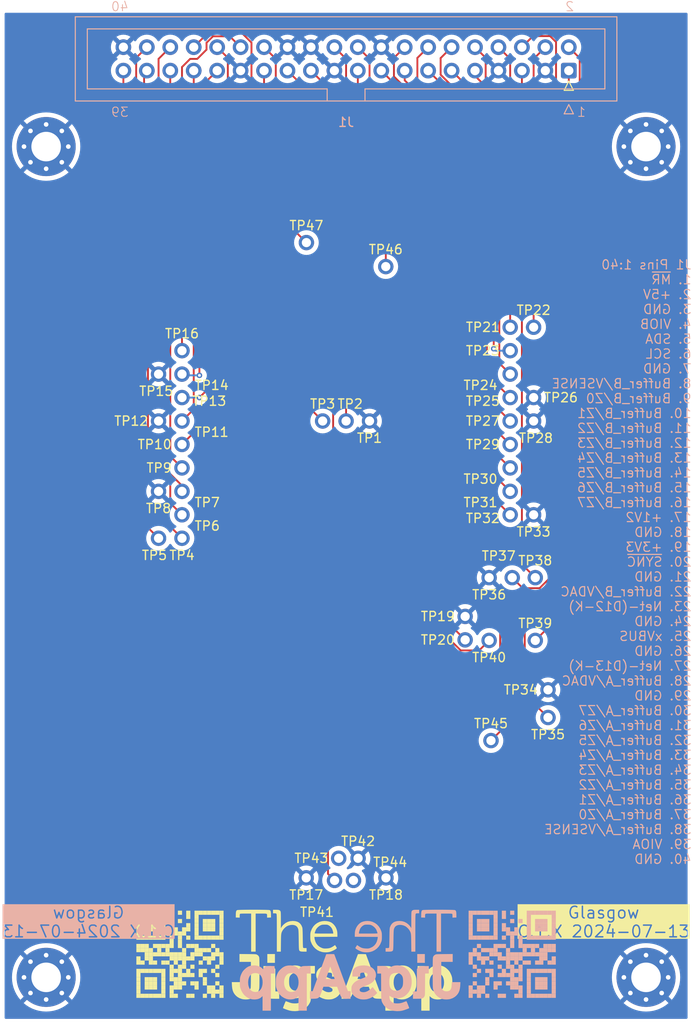
<source format=kicad_pcb>
(kicad_pcb (version 20240108) (generator "pcbnew") (generator_version "8.0")
  (title_block (title "Glasgow") (date "2024-07-13") (rev "C.1.X") (company "Glasgow Embedded"))
  (layers (0 "F.Cu" signal) (31 "B.Cu" signal) (34 "B.Paste" user) (35 "F.Paste" user) (36 "B.SilkS" user "B.Silkscreen") (37 "F.SilkS" user "F.Silkscreen") (38 "B.Mask" user) (39 "F.Mask" user) (44 "Edge.Cuts" user))
  (net 0 "")
  (net 1 "+1V2")
  (net 2 "+3V3")
  (net 3 "+5V")
  (net 4 "Buffer_A/VDAC")
  (net 5 "Buffer_A/VSENSE")
  (net 6 "Buffer_A/Z0")
  (net 7 "Buffer_A/Z1")
  (net 8 "Buffer_A/Z2")
  (net 9 "Buffer_A/Z3")
  (net 10 "Buffer_A/Z4")
  (net 11 "Buffer_A/Z5")
  (net 12 "Buffer_A/Z6")
  (net 13 "Buffer_A/Z7")
  (net 14 "Buffer_B/VDAC")
  (net 15 "Buffer_B/VSENSE")
  (net 16 "Buffer_B/Z0")
  (net 17 "Buffer_B/Z1")
  (net 18 "Buffer_B/Z2")
  (net 19 "Buffer_B/Z3")
  (net 20 "Buffer_B/Z4")
  (net 21 "Buffer_B/Z5")
  (net 22 "Buffer_B/Z6")
  (net 23 "Buffer_B/Z7")
  (net 24 "GND")
  (net 25 "Net-(D12-K)")
  (net 26 "Net-(D13-K)")
  (net 27 "SCL")
  (net 28 "SDA")
  (net 29 "USB_N")
  (net 30 "USB_P")
  (net 31 "VIOA")
  (net 32 "VIOB")
  (net 33 "xVBUS")
  (net 34 "~{MR}")
  (net 35 "~{SYNC}")
  (footprint "TJA-Parts:R100-2W" (layer "F.Cu") (at 167.78 79.65)
    (property "Reference" "TP24" (at -3.212334 1.2065 0) (layer "F.SilkS"))
    (property "Value" "TP24")
    (pad "1" thru_hole circle (at 0 0) (size 1.67 1.67) (drill 1) (layers "*.Cu" "*.Mask") (net 17 "Buffer_B/Z1"))
  )
  (footprint "TJA-Parts:R100-2W" (layer "F.Cu") (at 171.88 113.85)
    (property "Reference" "TP34" (at -2.958334 0 0) (layer "F.SilkS"))
    (property "Value" "TP34")
    (pad "1" thru_hole circle (at 0 0) (size 1.67 1.67) (drill 1) (layers "*.Cu" "*.Mask") (net 24 "GND"))
  )
  (footprint "TJA-Parts:R100-2W" (layer "F.Cu") (at 167.78 92.35)
    (property "Reference" "TP31" (at -3.212334 1.2065 0) (layer "F.SilkS"))
    (property "Value" "TP31")
    (pad "1" thru_hole circle (at 0 0) (size 1.67 1.67) (drill 1) (layers "*.Cu" "*.Mask") (net 22 "Buffer_B/Z6"))
  )
  (footprint "tmpb78doxsu" (layer "F.Cu") (at 132 142.5)
    (property "Reference" "QR1" (hide yes))
    (property "Value" "QR" (hide yes))
  )
  (footprint "Mechanical:MountingHole_3.2mm_M3_Pad_Via_Paste" (layer "F.Cu") (at 117.5 55)
    (property "Reference" "MH1")
    (property "Value" "M3")
    (pad "1" thru_hole circle (at -2.4 0) (size 0.8 0.8) (drill 0.5) (layers "*.Cu" "*.Mask") (net 24 "GND"))
    (pad "1" thru_hole circle (at -1.697056 -1.697056) (size 0.8 0.8) (drill 0.5) (layers "*.Cu" "*.Mask") (net 24 "GND"))
    (pad "1" thru_hole circle (at -1.697056 1.697056) (size 0.8 0.8) (drill 0.5) (layers "*.Cu" "*.Mask") (net 24 "GND"))
    (pad "1" thru_hole circle (at 0 -2.4) (size 0.8 0.8) (drill 0.5) (layers "*.Cu" "*.Mask") (net 24 "GND"))
    (pad "1" thru_hole circle (at 0 0) (size 6.4 6.4) (drill 3.2) (layers "*.Cu" "*.Mask") (net 24 "GND"))
    (pad "1" thru_hole circle (at 0 2.4) (size 0.8 0.8) (drill 0.5) (layers "*.Cu" "*.Mask") (net 24 "GND"))
    (pad "1" thru_hole circle (at 1.697056 -1.697056) (size 0.8 0.8) (drill 0.5) (layers "*.Cu" "*.Mask") (net 24 "GND"))
    (pad "1" thru_hole circle (at 1.697056 1.697056) (size 0.8 0.8) (drill 0.5) (layers "*.Cu" "*.Mask") (net 24 "GND"))
    (pad "1" thru_hole circle (at 2.4 0) (size 0.8 0.8) (drill 0.5) (layers "*.Cu" "*.Mask") (net 24 "GND"))
  )
  (footprint "TJA-Parts:R100-2W" (layer "F.Cu") (at 129.68 84.73)
    (property "Reference" "TP12" (at -2.958334 0 0) (layer "F.SilkS"))
    (property "Value" "TP12")
    (pad "1" thru_hole circle (at 0 0) (size 1.67 1.67) (drill 1) (layers "*.Cu" "*.Mask") (net 24 "GND"))
  )
  (footprint "TJA-Parts:R100-2W" (layer "F.Cu") (at 147.46 84.73)
    (property "Reference" "TP3" (at 0 -1.84825 0) (layer "F.SilkS"))
    (property "Value" "TP3")
    (pad "1" thru_hole circle (at 0 0) (size 1.67 1.67) (drill 1) (layers "*.Cu" "*.Mask") (net 26 "Net-(D13-K)"))
  )
  (footprint "TJA-Parts:R100-2W" (layer "F.Cu") (at 132.22 94.89)
    (property "Reference" "TP6" (at 2.736143 1.2065 0) (layer "F.SilkS"))
    (property "Value" "TP6")
    (pad "1" thru_hole circle (at 0 0) (size 1.67 1.67) (drill 1) (layers "*.Cu" "*.Mask") (net 6 "Buffer_A/Z0"))
  )
  (footprint "TJA-Parts:R100-2W" (layer "F.Cu") (at 162.9 105.9)
    (property "Reference" "TP19" (at -2.958334 0 0) (layer "F.SilkS"))
    (property "Value" "TP19")
    (pad "1" thru_hole circle (at 0 0) (size 1.67 1.67) (drill 1) (layers "*.Cu" "*.Mask") (net 24 "GND"))
  )
  (footprint "TJA-Parts:R100-2W" (layer "F.Cu") (at 162.9 108.44)
    (property "Reference" "TP20" (at -2.958334 0 0) (layer "F.SilkS"))
    (property "Value" "TP20")
    (pad "1" thru_hole circle (at 0 0) (size 1.67 1.67) (drill 1) (layers "*.Cu" "*.Mask") (net 35 "~{SYNC}"))
  )
  (footprint "TJA-Parts:R100-2W" (layer "F.Cu") (at 151.3 132.1)
    (property "Reference" "TP42" (at 0 -1.84825 0) (layer "F.SilkS"))
    (property "Value" "TP42")
    (pad "1" thru_hole circle (at 0 0) (size 1.67 1.67) (drill 1) (layers "*.Cu" "*.Mask") (net 24 "GND"))
  )
  (footprint "TJA-Parts:R100-2W" (layer "F.Cu") (at 129.68 97.43)
    (property "Reference" "TP5" (at -0.4445 1.84825 0) (layer "F.SilkS"))
    (property "Value" "TP5")
    (pad "1" thru_hole circle (at 0 0) (size 1.67 1.67) (drill 1) (layers "*.Cu" "*.Mask") (net 31 "VIOA"))
  )
  (footprint "TJA-Parts:R100-2W" (layer "F.Cu") (at 132.22 79.65)
    (property "Reference" "TP14" (at 3.212333 1.2065 0) (layer "F.SilkS"))
    (property "Value" "TP14")
    (pad "1" thru_hole circle (at 0 0) (size 1.67 1.67) (drill 1) (layers "*.Cu" "*.Mask") (net 12 "Buffer_A/Z6"))
  )
  (footprint "TJA-Parts:R100-2W" (layer "F.Cu") (at 150 84.73)
    (property "Reference" "TP2" (at 0.4445 -1.84825 0) (layer "F.SilkS"))
    (property "Value" "TP2")
    (pad "1" thru_hole circle (at 0 0) (size 1.67 1.67) (drill 1) (layers "*.Cu" "*.Mask") (net 25 "Net-(D12-K)"))
  )
  (footprint "TJA-Parts:R100-2W" (layer "F.Cu") (at 129.68 79.65)
    (property "Reference" "TP15" (at -0.254 1.84825 0) (layer "F.SilkS"))
    (property "Value" "TP15")
    (pad "1" thru_hole circle (at 0 0) (size 1.67 1.67) (drill 1) (layers "*.Cu" "*.Mask") (net 24 "GND"))
  )
  (footprint "TJA-SS-24x11" (layer "F.Cu") (at 150 142.5)
    (property "Reference" "LOGO2" (hide yes))
    (property "Value" "LOGO" (hide yes))
  )
  (footprint "TJA-Parts:R100-2W" (layer "F.Cu") (at 170.32 74.57)
    (property "Reference" "TP22" (at 0 -1.84825 0) (layer "F.SilkS"))
    (property "Value" "TP22")
    (pad "1" thru_hole circle (at 0 0) (size 1.67 1.67) (drill 1) (layers "*.Cu" "*.Mask") (net 32 "VIOB"))
  )
  (footprint "TJA-Parts:R100-2W" (layer "F.Cu") (at 132.22 92.35)
    (property "Reference" "TP7" (at 2.736143 1.2065 0) (layer "F.SilkS"))
    (property "Value" "TP7")
    (pad "1" thru_hole circle (at 0 0) (size 1.67 1.67) (drill 1) (layers "*.Cu" "*.Mask") (net 7 "Buffer_A/Z1"))
  )
  (footprint "TJA-Parts:R100-2W" (layer "F.Cu") (at 132.22 77.11)
    (property "Reference" "TP16" (at 0 -1.84825 0) (layer "F.SilkS"))
    (property "Value" "TP16")
    (pad "1" thru_hole circle (at 0 0) (size 1.67 1.67) (drill 1) (layers "*.Cu" "*.Mask") (net 13 "Buffer_A/Z7"))
  )
  (footprint "TJA-Parts:R100-2W" (layer "F.Cu") (at 167.78 82.19)
    (property "Reference" "TP25" (at -2.958334 0.381 0) (layer "F.SilkS"))
    (property "Value" "TP25")
    (pad "1" thru_hole circle (at 0 0) (size 1.67 1.67) (drill 1) (layers "*.Cu" "*.Mask") (net 18 "Buffer_B/Z2"))
  )
  (footprint "TJA-Parts:R100-2W" (layer "F.Cu") (at 132.22 84.73)
    (property "Reference" "TP11" (at 3.212333 1.2065 0) (layer "F.SilkS"))
    (property "Value" "TP11")
    (pad "1" thru_hole circle (at 0 0) (size 1.67 1.67) (drill 1) (layers "*.Cu" "*.Mask") (net 10 "Buffer_A/Z4"))
  )
  (footprint "TJA-Parts:R100-2W" (layer "F.Cu") (at 132.22 97.43)
    (property "Reference" "TP4" (at 0 1.84825 0) (layer "F.SilkS"))
    (property "Value" "TP4")
    (pad "1" thru_hole circle (at 0 0) (size 1.67 1.67) (drill 1) (layers "*.Cu" "*.Mask") (net 5 "Buffer_A/VSENSE"))
  )
  (footprint "Mechanical:MountingHole_3.2mm_M3_Pad_Via_Paste" (layer "F.Cu") (at 117.5 145)
    (property "Reference" "MH3")
    (property "Value" "M3")
    (pad "1" thru_hole circle (at -2.4 0) (size 0.8 0.8) (drill 0.5) (layers "*.Cu" "*.Mask") (net 24 "GND"))
    (pad "1" thru_hole circle (at -1.697056 -1.697056) (size 0.8 0.8) (drill 0.5) (layers "*.Cu" "*.Mask") (net 24 "GND"))
    (pad "1" thru_hole circle (at -1.697056 1.697056) (size 0.8 0.8) (drill 0.5) (layers "*.Cu" "*.Mask") (net 24 "GND"))
    (pad "1" thru_hole circle (at 0 -2.4) (size 0.8 0.8) (drill 0.5) (layers "*.Cu" "*.Mask") (net 24 "GND"))
    (pad "1" thru_hole circle (at 0 0) (size 6.4 6.4) (drill 3.2) (layers "*.Cu" "*.Mask") (net 24 "GND"))
    (pad "1" thru_hole circle (at 0 2.4) (size 0.8 0.8) (drill 0.5) (layers "*.Cu" "*.Mask") (net 24 "GND"))
    (pad "1" thru_hole circle (at 1.697056 -1.697056) (size 0.8 0.8) (drill 0.5) (layers "*.Cu" "*.Mask") (net 24 "GND"))
    (pad "1" thru_hole circle (at 1.697056 1.697056) (size 0.8 0.8) (drill 0.5) (layers "*.Cu" "*.Mask") (net 24 "GND"))
    (pad "1" thru_hole circle (at 2.4 0) (size 0.8 0.8) (drill 0.5) (layers "*.Cu" "*.Mask") (net 24 "GND"))
  )
  (footprint "TJA-Parts:R100-2W" (layer "F.Cu") (at 167.78 94.89)
    (property "Reference" "TP32" (at -2.958334 0.381 0) (layer "F.SilkS"))
    (property "Value" "TP32")
    (pad "1" thru_hole circle (at 0 0) (size 1.67 1.67) (drill 1) (layers "*.Cu" "*.Mask") (net 23 "Buffer_B/Z7"))
  )
  (footprint "TJA-Parts:R100-2W" (layer "F.Cu") (at 132.22 87.27)
    (property "Reference" "TP10" (at -2.958334 0 0) (layer "F.SilkS"))
    (property "Value" "TP10")
    (pad "1" thru_hole circle (at 0 0) (size 1.67 1.67) (drill 1) (layers "*.Cu" "*.Mask") (net 9 "Buffer_A/Z3"))
  )
  (footprint "TJA-Parts:R100-2W" (layer "F.Cu") (at 149.2 132.1)
    (property "Reference" "TP43" (at -2.958334 0 0) (layer "F.SilkS"))
    (property "Value" "TP43")
    (pad "1" thru_hole circle (at 0 0) (size 1.67 1.67) (drill 1) (layers "*.Cu" "*.Mask") (net 29 "USB_N"))
  )
  (footprint "TJA-Parts:R100-2W" (layer "F.Cu") (at 170.5 101.7)
    (property "Reference" "TP38" (at 0 -1.84825 0) (layer "F.SilkS"))
    (property "Value" "TP38")
    (pad "1" thru_hole circle (at 0 0) (size 1.67 1.67) (drill 1) (layers "*.Cu" "*.Mask") (net 28 "SDA"))
  )
  (footprint "TJA-Parts:R100-2W" (layer "F.Cu") (at 168 101.7)
    (property "Reference" "TP37" (at -1.4605 -2.35625 0) (layer "F.SilkS"))
    (property "Value" "TP37")
    (pad "1" thru_hole circle (at 0 0) (size 1.67 1.67) (drill 1) (layers "*.Cu" "*.Mask") (net 27 "SCL"))
  )
  (footprint "TJA-Parts:R100-2W" (layer "F.Cu") (at 129.68 92.35)
    (property "Reference" "TP8" (at 0 1.84825 0) (layer "F.SilkS"))
    (property "Value" "TP8")
    (pad "1" thru_hole circle (at 0 0) (size 1.67 1.67) (drill 1) (layers "*.Cu" "*.Mask") (net 24 "GND"))
  )
  (footprint "TJA-Parts:R100-2W" (layer "F.Cu") (at 148.75 134.5)
    (property "Reference" "TP41" (at -1.905 3.43575 0) (layer "F.SilkS"))
    (property "Value" "TP41")
    (pad "1" thru_hole circle (at 0 0) (size 1.67 1.67) (drill 1) (layers "*.Cu" "*.Mask") (net 33 "xVBUS"))
  )
  (footprint "TJA-Parts:R100-2W" (layer "F.Cu") (at 167.78 89.81)
    (property "Reference" "TP30" (at -3.212334 1.2065 0) (layer "F.SilkS"))
    (property "Value" "TP30")
    (pad "1" thru_hole circle (at 0 0) (size 1.67 1.67) (drill 1) (layers "*.Cu" "*.Mask") (net 21 "Buffer_B/Z5"))
  )
  (footprint "TJA-Parts:R100-2W" (layer "F.Cu") (at 170.32 94.89)
    (property "Reference" "TP33" (at 0 1.84825 0) (layer "F.SilkS"))
    (property "Value" "TP33")
    (pad "1" thru_hole circle (at 0 0) (size 1.67 1.67) (drill 1) (layers "*.Cu" "*.Mask") (net 24 "GND"))
  )
  (footprint "TJA-Parts:R100-2W" (layer "F.Cu") (at 132.22 89.81)
    (property "Reference" "TP9" (at -2.482143 0 0) (layer "F.SilkS"))
    (property "Value" "TP9")
    (pad "1" thru_hole circle (at 0 0) (size 1.67 1.67) (drill 1) (layers "*.Cu" "*.Mask") (net 8 "Buffer_A/Z2"))
  )
  (footprint "TJA-Parts:R100-2W" (layer "F.Cu") (at 167.78 84.73)
    (property "Reference" "TP27" (at -2.958334 0 0) (layer "F.SilkS"))
    (property "Value" "TP27")
    (pad "1" thru_hole circle (at 0 0) (size 1.67 1.67) (drill 1) (layers "*.Cu" "*.Mask") (net 19 "Buffer_B/Z3"))
  )
  (footprint "TJA-Parts:R100-2W" (layer "F.Cu") (at 145.68 134.22)
    (property "Reference" "TP17" (at 0 1.84825 0) (layer "F.SilkS"))
    (property "Value" "TP17")
    (pad "1" thru_hole circle (at 0 0) (size 1.67 1.67) (drill 1) (layers "*.Cu" "*.Mask") (net 24 "GND"))
  )
  (footprint "TJA-Parts:R100-2W" (layer "F.Cu") (at 150.8 134.5)
    (property "Reference" "TP44" (at 3.974333 -1.9685 0) (layer "F.SilkS"))
    (property "Value" "TP44")
    (pad "1" thru_hole circle (at 0 0) (size 1.67 1.67) (drill 1) (layers "*.Cu" "*.Mask") (net 30 "USB_P"))
  )
  (footprint "TJA-Parts:R100-2W" (layer "F.Cu") (at 165.5 101.7)
    (property "Reference" "TP36" (at 0 1.84825 0) (layer "F.SilkS"))
    (property "Value" "TP36")
    (pad "1" thru_hole circle (at 0 0) (size 1.67 1.67) (drill 1) (layers "*.Cu" "*.Mask") (net 24 "GND"))
  )
  (footprint "TJA-Parts:R100-2W" (layer "F.Cu") (at 152.54 84.73)
    (property "Reference" "TP1" (at 0 1.84825 0) (layer "F.SilkS"))
    (property "Value" "TP1")
    (pad "1" thru_hole circle (at 0 0) (size 1.67 1.67) (drill 1) (layers "*.Cu" "*.Mask") (net 24 "GND"))
  )
  (footprint "TJA-Parts:R100-2W" (layer "F.Cu") (at 132.22 82.19)
    (property "Reference" "TP13" (at 2.958333 0.381 0) (layer "F.SilkS"))
    (property "Value" "TP13")
    (pad "1" thru_hole circle (at 0 0) (size 1.67 1.67) (drill 1) (layers "*.Cu" "*.Mask") (net 11 "Buffer_A/Z5"))
  )
  (footprint "TJA-Parts:R100-2W" (layer "F.Cu") (at 170.32 82.19)
    (property "Reference" "TP26" (at 2.958333 0 0) (layer "F.SilkS"))
    (property "Value" "TP26")
    (pad "1" thru_hole circle (at 0 0) (size 1.67 1.67) (drill 1) (layers "*.Cu" "*.Mask") (net 24 "GND"))
  )
  (footprint "TJA-Parts:R100-2W" (layer "F.Cu") (at 170.5 108.5)
    (property "Reference" "TP39" (at 0 -1.84825 0) (layer "F.SilkS"))
    (property "Value" "TP39")
    (pad "1" thru_hole circle (at 0 0) (size 1.67 1.67) (drill 1) (layers "*.Cu" "*.Mask") (net 3 "+5V"))
  )
  (footprint "tmp9db8qn8v" (layer "F.Cu") (at 150 95)
    (property "Reference" "BOARD" (hide yes))
    (property "Value" "BOARD" (hide yes))
    (fp_line (start -37.5 -55) (end -37.5 55) (stroke (width 0.00001)) (layer "Edge.Cuts"))
    (fp_line (start -37.5 55) (end 37.5 55) (stroke (width 0.00001)) (layer "Edge.Cuts"))
    (fp_line (start 37.5 -55) (end -37.5 -55) (stroke (width 0.00001)) (layer "Edge.Cuts"))
    (fp_line (start 37.5 55) (end 37.5 -55) (stroke (width 0.00001)) (layer "Edge.Cuts"))
  )
  (footprint "TJA-Parts:R100-2W" (layer "F.Cu") (at 171.88 116.85)
    (property "Reference" "TP35" (at 0 1.84825 0) (layer "F.SilkS"))
    (property "Value" "TP35")
    (pad "1" thru_hole circle (at 0 0) (size 1.67 1.67) (drill 1) (layers "*.Cu" "*.Mask") (net 34 "~{MR}"))
  )
  (footprint "TJA-Parts:R100-2W" (layer "F.Cu") (at 154.32 134.22)
    (property "Reference" "TP18" (at 0 1.84825 0) (layer "F.SilkS"))
    (property "Value" "TP18")
    (pad "1" thru_hole circle (at 0 0) (size 1.67 1.67) (drill 1) (layers "*.Cu" "*.Mask") (net 24 "GND"))
  )
  (footprint "Mechanical:MountingHole_3.2mm_M3_Pad_Via_Paste" (layer "F.Cu") (at 182.5 145)
    (property "Reference" "MH4")
    (property "Value" "M3")
    (pad "1" thru_hole circle (at -2.4 0) (size 0.8 0.8) (drill 0.5) (layers "*.Cu" "*.Mask") (net 24 "GND"))
    (pad "1" thru_hole circle (at -1.697056 -1.697056) (size 0.8 0.8) (drill 0.5) (layers "*.Cu" "*.Mask") (net 24 "GND"))
    (pad "1" thru_hole circle (at -1.697056 1.697056) (size 0.8 0.8) (drill 0.5) (layers "*.Cu" "*.Mask") (net 24 "GND"))
    (pad "1" thru_hole circle (at 0 -2.4) (size 0.8 0.8) (drill 0.5) (layers "*.Cu" "*.Mask") (net 24 "GND"))
    (pad "1" thru_hole circle (at 0 0) (size 6.4 6.4) (drill 3.2) (layers "*.Cu" "*.Mask") (net 24 "GND"))
    (pad "1" thru_hole circle (at 0 2.4) (size 0.8 0.8) (drill 0.5) (layers "*.Cu" "*.Mask") (net 24 "GND"))
    (pad "1" thru_hole circle (at 1.697056 -1.697056) (size 0.8 0.8) (drill 0.5) (layers "*.Cu" "*.Mask") (net 24 "GND"))
    (pad "1" thru_hole circle (at 1.697056 1.697056) (size 0.8 0.8) (drill 0.5) (layers "*.Cu" "*.Mask") (net 24 "GND"))
    (pad "1" thru_hole circle (at 2.4 0) (size 0.8 0.8) (drill 0.5) (layers "*.Cu" "*.Mask") (net 24 "GND"))
  )
  (footprint "TJA-Parts:R100-2W" (layer "F.Cu") (at 167.78 74.57)
    (property "Reference" "TP21" (at -2.958334 0 0) (layer "F.SilkS"))
    (property "Value" "TP21")
    (pad "1" thru_hole circle (at 0 0) (size 1.67 1.67) (drill 1) (layers "*.Cu" "*.Mask") (net 15 "Buffer_B/VSENSE"))
  )
  (footprint "TJA-Parts:R100-2W" (layer "F.Cu") (at 154.3 68)
    (property "Reference" "TP46" (at 0 -1.84825 0) (layer "F.SilkS"))
    (property "Value" "TP46")
    (pad "1" thru_hole circle (at 0 0) (size 1.67 1.67) (drill 1) (layers "*.Cu" "*.Mask") (net 14 "Buffer_B/VDAC"))
  )
  (footprint "TJA-Parts:R100-2W" (layer "F.Cu") (at 167.78 87.27)
    (property "Reference" "TP29" (at -2.958334 0 0) (layer "F.SilkS"))
    (property "Value" "TP29")
    (pad "1" thru_hole circle (at 0 0) (size 1.67 1.67) (drill 1) (layers "*.Cu" "*.Mask") (net 20 "Buffer_B/Z4"))
  )
  (footprint "TJA-Parts:R100-2W" (layer "F.Cu") (at 170.32 84.73)
    (property "Reference" "TP28" (at 0.254 1.84825 0) (layer "F.SilkS"))
    (property "Value" "TP28")
    (pad "1" thru_hole circle (at 0 0) (size 1.67 1.67) (drill 1) (layers "*.Cu" "*.Mask") (net 24 "GND"))
  )
  (footprint "TJA-Parts:R100-2W" (layer "F.Cu") (at 165.7 119.35)
    (property "Reference" "TP45" (at 0 -1.84825 0) (layer "F.SilkS"))
    (property "Value" "TP45")
    (pad "1" thru_hole circle (at 0 0) (size 1.67 1.67) (drill 1) (layers "*.Cu" "*.Mask") (net 1 "+1V2"))
  )
  (footprint "Mechanical:MountingHole_3.2mm_M3_Pad_Via_Paste" (layer "F.Cu") (at 182.5 55)
    (property "Reference" "MH2")
    (property "Value" "M3")
    (pad "1" thru_hole circle (at -2.4 0) (size 0.8 0.8) (drill 0.5) (layers "*.Cu" "*.Mask") (net 24 "GND"))
    (pad "1" thru_hole circle (at -1.697056 -1.697056) (size 0.8 0.8) (drill 0.5) (layers "*.Cu" "*.Mask") (net 24 "GND"))
    (pad "1" thru_hole circle (at -1.697056 1.697056) (size 0.8 0.8) (drill 0.5) (layers "*.Cu" "*.Mask") (net 24 "GND"))
    (pad "1" thru_hole circle (at 0 -2.4) (size 0.8 0.8) (drill 0.5) (layers "*.Cu" "*.Mask") (net 24 "GND"))
    (pad "1" thru_hole circle (at 0 0) (size 6.4 6.4) (drill 3.2) (layers "*.Cu" "*.Mask") (net 24 "GND"))
    (pad "1" thru_hole circle (at 0 2.4) (size 0.8 0.8) (drill 0.5) (layers "*.Cu" "*.Mask") (net 24 "GND"))
    (pad "1" thru_hole circle (at 1.697056 -1.697056) (size 0.8 0.8) (drill 0.5) (layers "*.Cu" "*.Mask") (net 24 "GND"))
    (pad "1" thru_hole circle (at 1.697056 1.697056) (size 0.8 0.8) (drill 0.5) (layers "*.Cu" "*.Mask") (net 24 "GND"))
    (pad "1" thru_hole circle (at 2.4 0) (size 0.8 0.8) (drill 0.5) (layers "*.Cu" "*.Mask") (net 24 "GND"))
  )
  (footprint "TJA-Parts:R100-2W" (layer "F.Cu") (at 167.78 77.11)
    (property "Reference" "TP23" (at -2.958334 0 0) (layer "F.SilkS"))
    (property "Value" "TP23")
    (pad "1" thru_hole circle (at 0 0) (size 1.67 1.67) (drill 1) (layers "*.Cu" "*.Mask") (net 16 "Buffer_B/Z0"))
  )
  (footprint "TJA-Parts:R100-2W" (layer "F.Cu") (at 165.5 108.5)
    (property "Reference" "TP40" (at 0 1.84825 0) (layer "F.SilkS"))
    (property "Value" "TP40")
    (pad "1" thru_hole circle (at 0 0) (size 1.67 1.67) (drill 1) (layers "*.Cu" "*.Mask") (net 2 "+3V3"))
  )
  (footprint "TJA-Parts:R100-2W" (layer "F.Cu") (at 145.7 65.4)
    (property "Reference" "TP47" (at 0 -1.84825 0) (layer "F.SilkS"))
    (property "Value" "TP47")
    (pad "1" thru_hole circle (at 0 0) (size 1.67 1.67) (drill 1) (layers "*.Cu" "*.Mask") (net 4 "Buffer_A/VDAC"))
  )
  (footprint "TJA-Connectors:IDC-Header_2x20_P2.54mm_Vertical" (layer "B.Cu") (at 150 45.5 180)
    (property "Reference" "J1" (at 0 -6.85825 180) (layer "B.SilkS") (effects (justify mirror)))
    (property "Value" "Connector")
    (fp_text user "39" (at 23.495 -6.35 0) (layer "B.SilkS") (effects (font (thickness 0.1)) (justify left bottom mirror)))
    (fp_text user "40" (at 23.495 5.08 0) (layer "B.SilkS") (effects (font (thickness 0.1)) (justify left bottom mirror)))
    (fp_text user "1" (at -26.035 -6.35 0) (layer "B.SilkS") (effects (font (thickness 0.1)) (justify left bottom mirror)))
    (fp_text user "2" (at -24.765 5.08 0) (layer "B.SilkS") (effects (font (thickness 0.1)) (justify left bottom mirror)))
    (pad "1" thru_hole roundrect (at -24.13 -1.27 90) (size 1.7 1.7) (drill 1) (layers "*.Cu" "*.Mask") (roundrect_rratio 0.147059) (net 34 "~{MR}"))
    (pad "2" thru_hole circle (at -24.13 1.27 90) (size 1.7 1.7) (drill 1) (layers "*.Cu" "*.Mask") (net 3 "+5V"))
    (pad "3" thru_hole circle (at -21.59 -1.27 90) (size 1.7 1.7) (drill 1) (layers "*.Cu" "*.Mask") (net 24 "GND"))
    (pad "4" thru_hole circle (at -21.59 1.27 90) (size 1.7 1.7) (drill 1) (layers "*.Cu" "*.Mask") (net 32 "VIOB"))
    (pad "5" thru_hole circle (at -19.05 -1.27 90) (size 1.7 1.7) (drill 1) (layers "*.Cu" "*.Mask") (net 28 "SDA"))
    (pad "6" thru_hole circle (at -19.05 1.27 90) (size 1.7 1.7) (drill 1) (layers "*.Cu" "*.Mask") (net 27 "SCL"))
    (pad "7" thru_hole circle (at -16.51 -1.27 90) (size 1.7 1.7) (drill 1) (layers "*.Cu" "*.Mask") (net 24 "GND"))
    (pad "8" thru_hole circle (at -16.51 1.27 90) (size 1.7 1.7) (drill 1) (layers "*.Cu" "*.Mask") (net 15 "Buffer_B/VSENSE"))
    (pad "9" thru_hole circle (at -13.97 -1.27 90) (size 1.7 1.7) (drill 1) (layers "*.Cu" "*.Mask") (net 16 "Buffer_B/Z0"))
    (pad "10" thru_hole circle (at -13.97 1.27 90) (size 1.7 1.7) (drill 1) (layers "*.Cu" "*.Mask") (net 17 "Buffer_B/Z1"))
    (pad "11" thru_hole circle (at -11.43 -1.27 90) (size 1.7 1.7) (drill 1) (layers "*.Cu" "*.Mask") (net 18 "Buffer_B/Z2"))
    (pad "12" thru_hole circle (at -11.43 1.27 90) (size 1.7 1.7) (drill 1) (layers "*.Cu" "*.Mask") (net 19 "Buffer_B/Z3"))
    (pad "13" thru_hole circle (at -8.89 -1.27 90) (size 1.7 1.7) (drill 1) (layers "*.Cu" "*.Mask") (net 20 "Buffer_B/Z4"))
    (pad "14" thru_hole circle (at -8.89 1.27 90) (size 1.7 1.7) (drill 1) (layers "*.Cu" "*.Mask") (net 21 "Buffer_B/Z5"))
    (pad "15" thru_hole circle (at -6.35 -1.27 90) (size 1.7 1.7) (drill 1) (layers "*.Cu" "*.Mask") (net 22 "Buffer_B/Z6"))
    (pad "16" thru_hole circle (at -6.35 1.27 90) (size 1.7 1.7) (drill 1) (layers "*.Cu" "*.Mask") (net 23 "Buffer_B/Z7"))
    (pad "17" thru_hole circle (at -3.81 -1.27 90) (size 1.7 1.7) (drill 1) (layers "*.Cu" "*.Mask") (net 1 "+1V2"))
    (pad "18" thru_hole circle (at -3.81 1.27 90) (size 1.7 1.7) (drill 1) (layers "*.Cu" "*.Mask") (net 24 "GND"))
    (pad "19" thru_hole circle (at -1.27 -1.27 90) (size 1.7 1.7) (drill 1) (layers "*.Cu" "*.Mask") (net 2 "+3V3"))
    (pad "20" thru_hole circle (at -1.27 1.27 90) (size 1.7 1.7) (drill 1) (layers "*.Cu" "*.Mask") (net 35 "~{SYNC}"))
    (pad "21" thru_hole circle (at 1.27 -1.27 90) (size 1.7 1.7) (drill 1) (layers "*.Cu" "*.Mask") (net 24 "GND"))
    (pad "22" thru_hole circle (at 1.27 1.27 90) (size 1.7 1.7) (drill 1) (layers "*.Cu" "*.Mask") (net 14 "Buffer_B/VDAC"))
    (pad "23" thru_hole circle (at 3.81 -1.27 90) (size 1.7 1.7) (drill 1) (layers "*.Cu" "*.Mask") (net 25 "Net-(D12-K)"))
    (pad "24" thru_hole circle (at 3.81 1.27 90) (size 1.7 1.7) (drill 1) (layers "*.Cu" "*.Mask") (net 24 "GND"))
    (pad "25" thru_hole circle (at 6.35 -1.27 90) (size 1.7 1.7) (drill 1) (layers "*.Cu" "*.Mask") (net 33 "xVBUS"))
    (pad "26" thru_hole circle (at 6.35 1.27 90) (size 1.7 1.7) (drill 1) (layers "*.Cu" "*.Mask") (net 24 "GND"))
    (pad "27" thru_hole circle (at 8.89 -1.27 90) (size 1.7 1.7) (drill 1) (layers "*.Cu" "*.Mask") (net 26 "Net-(D13-K)"))
    (pad "28" thru_hole circle (at 8.89 1.27 90) (size 1.7 1.7) (drill 1) (layers "*.Cu" "*.Mask") (net 4 "Buffer_A/VDAC"))
    (pad "29" thru_hole circle (at 11.43 -1.27 90) (size 1.7 1.7) (drill 1) (layers "*.Cu" "*.Mask") (net 24 "GND"))
    (pad "30" thru_hole circle (at 11.43 1.27 90) (size 1.7 1.7) (drill 1) (layers "*.Cu" "*.Mask") (net 13 "Buffer_A/Z7"))
    (pad "31" thru_hole circle (at 13.97 -1.27 90) (size 1.7 1.7) (drill 1) (layers "*.Cu" "*.Mask") (net 12 "Buffer_A/Z6"))
    (pad "32" thru_hole circle (at 13.97 1.27 90) (size 1.7 1.7) (drill 1) (layers "*.Cu" "*.Mask") (net 11 "Buffer_A/Z5"))
    (pad "33" thru_hole circle (at 16.51 -1.27 90) (size 1.7 1.7) (drill 1) (layers "*.Cu" "*.Mask") (net 10 "Buffer_A/Z4"))
    (pad "34" thru_hole circle (at 16.51 1.27 90) (size 1.7 1.7) (drill 1) (layers "*.Cu" "*.Mask") (net 9 "Buffer_A/Z3"))
    (pad "35" thru_hole circle (at 19.05 -1.27 90) (size 1.7 1.7) (drill 1) (layers "*.Cu" "*.Mask") (net 8 "Buffer_A/Z2"))
    (pad "36" thru_hole circle (at 19.05 1.27 90) (size 1.7 1.7) (drill 1) (layers "*.Cu" "*.Mask") (net 7 "Buffer_A/Z1"))
    (pad "37" thru_hole circle (at 21.59 -1.27 90) (size 1.7 1.7) (drill 1) (layers "*.Cu" "*.Mask") (net 6 "Buffer_A/Z0"))
    (pad "38" thru_hole circle (at 21.59 1.27 90) (size 1.7 1.7) (drill 1) (layers "*.Cu" "*.Mask") (net 5 "Buffer_A/VSENSE"))
    (pad "39" thru_hole circle (at 24.13 -1.27 90) (size 1.7 1.7) (drill 1) (layers "*.Cu" "*.Mask") (net 31 "VIOA"))
    (pad "40" thru_hole circle (at 24.13 1.27 90) (size 1.7 1.7) (drill 1) (layers "*.Cu" "*.Mask") (net 24 "GND"))
  )
  (footprint "TJA-SS-24x11" (layer "B.Cu") (at 150 142.5 180)
    (property "Reference" "LOGO1" (hide yes))
    (property "Value" "LOGO" (hide yes))
  )
  (footprint "tmpb78doxsu" (layer "B.Cu") (at 168 142.5 180)
    (property "Reference" "QR2" (hide yes))
    (property "Value" "QR" (hide yes))
  )
  (gr_text "${TITLE}\n${REVISION} ${ISSUE_DATE}" (at 122.095808 139 0) (layer "B.SilkS" knockout) (effects (font (size 1.27 1.27)) (justify mirror)))
  (gr_text "J1 Pins 1:40\n1. ~{MR}\n2. +5V\n3. GND\n4. VIOB\n5. SDA\n6. SCL\n7. GND\n8. Buffer_B/VSENSE\n9. Buffer_B/Z0\n10. Buffer_B/Z1\n11. Buffer_B/Z2\n12. Buffer_B/Z3\n13. Buffer_B/Z4\n14. Buffer_B/Z5\n15. Buffer_B/Z6\n16. Buffer_B/Z7\n17. +1V2\n18. GND\n19. +3V3\n20. ~{SYNC}\n21. GND\n22. Buffer_B/VDAC\n23. Net-(D12-K)\n24. GND\n25. xVBUS\n26. GND\n27. Net-(D13-K)\n28. Buffer_A/VDAC\n29. GND\n30. Buffer_A/Z7\n31. Buffer_A/Z6\n32. Buffer_A/Z5\n33. Buffer_A/Z4\n34. Buffer_A/Z3\n35. Buffer_A/Z2\n36. Buffer_A/Z1\n37. Buffer_A/Z0\n38. Buffer_A/VSENSE\n39. VIOA\n40. GND" (at 187.5 100 0) (layer "B.SilkS") (effects (font (size 1 1) (thickness 0.000001)) (justify left mirror)))
  (gr_text "${TITLE}\n${REVISION} ${ISSUE_DATE}" (at 177.904191 139 0) (layer "F.SilkS" knockout) (effects (font (size 1.27 1.27))))
  (segment (start 161.0408 54.0008) (end 161.0408 101.6018) (width 0.2) (layer "F.Cu") (net 1))
  (segment (start 153.81 46.77) (end 161.0408 54.0008) (width 0.2) (layer "F.Cu") (net 1))
  (segment (start 161.0408 101.6018) (end 166.6944 107.2554) (width 0.2) (layer "F.Cu") (net 1))
  (segment (start 166.6944 107.2554) (end 166.6944 118.3556) (width 0.2) (layer "F.Cu") (net 1))
  (segment (start 166.6944 118.3556) (end 165.7 119.35) (width 0.2) (layer "F.Cu") (net 1))
  (segment (start 151.27 49.1329) (end 158.4828 56.3457) (width 0.2) (layer "F.Cu") (net 2))
  (segment (start 151.27 46.77) (end 151.27 49.1329) (width 0.2) (layer "F.Cu") (net 2))
  (segment (start 164.4173 109.5827) (end 165.5 108.5) (width 0.2) (layer "F.Cu") (net 2))
  (segment (start 158.4828 56.3457) (end 158.4828 105.6466) (width 0.2) (layer "F.Cu") (net 2))
  (segment (start 158.4828 105.6466) (end 162.4189 109.5827) (width 0.2) (layer "F.Cu") (net 2))
  (segment (start 162.4189 109.5827) (end 164.4173 109.5827) (width 0.2) (layer "F.Cu") (net 2))
  (segment (start 174.13 44.23) (end 175.311 45.411) (width 0.2) (layer "F.Cu") (net 3))
  (segment (start 175.311 103.689) (end 170.5 108.5) (width 0.2) (layer "F.Cu") (net 3))
  (segment (start 175.311 45.411) (end 175.311 103.689) (width 0.2) (layer "F.Cu") (net 3))
  (segment (start 141.11 44.23) (end 142.38 45.5) (width 0.2) (layer "F.Cu") (net 4))
  (segment (start 142.38 62.08) (end 145.7 65.4) (width 0.2) (layer "F.Cu") (net 4))
  (segment (start 142.38 45.5) (end 142.38 62.08) (width 0.2) (layer "F.Cu") (net 4))
  (segment (start 128.41 44.23) (end 127.257 45.383) (width 0.2) (layer "F.Cu") (net 5))
  (segment (start 127.257 92.467) (end 132.22 97.43) (width 0.2) (layer "F.Cu") (net 5))
  (segment (start 127.257 45.383) (end 127.257 92.467) (width 0.2) (layer "F.Cu") (net 5))
  (segment (start 128.1136 47.0664) (end 128.1136 88.4853) (width 0.2) (layer "F.Cu") (net 6))
  (segment (start 130.95 91.3217) (end 130.95 93.62) (width 0.2) (layer "F.Cu") (net 6))
  (segment (start 128.41 46.77) (end 128.1136 47.0664) (width 0.2) (layer "F.Cu") (net 6))
  (segment (start 128.1136 88.4853) (end 130.95 91.3217) (width 0.2) (layer "F.Cu") (net 6))
  (segment (start 130.95 93.62) (end 132.22 94.89) (width 0.2) (layer "F.Cu") (net 6))
  (segment (start 129.68 74.1058) (end 128.5301 75.2557) (width 0.2) (layer "F.Cu") (net 7))
  (segment (start 128.5301 75.2557) (end 128.5301 88.0457) (width 0.2) (layer "F.Cu") (net 7))
  (segment (start 129.68 45.5) (end 129.68 74.1058) (width 0.2) (layer "F.Cu") (net 7))
  (segment (start 130.95 44.23) (end 129.68 45.5) (width 0.2) (layer "F.Cu") (net 7))
  (segment (start 128.5301 88.0457) (end 132.22 91.7356) (width 0.2) (layer "F.Cu") (net 7))
  (segment (start 132.22 91.7356) (end 132.22 92.35) (width 0.2) (layer "F.Cu") (net 7))
  (segment (start 130.95 88.54) (end 132.22 89.81) (width 0.2) (layer "F.Cu") (net 8))
  (segment (start 130.95 46.77) (end 130.95 88.54) (width 0.2) (layer "F.Cu") (net 8))
  (segment (start 138.6561 42.6438) (end 139.7488 43.7365) (width 0.2) (layer "F.Cu") (net 9))
  (segment (start 139.7488 79.7412) (end 132.22 87.27) (width 0.2) (layer "F.Cu") (net 9))
  (segment (start 133.49 44.23) (end 135.0762 42.6438) (width 0.2) (layer "F.Cu") (net 9))
  (segment (start 135.0762 42.6438) (end 138.6561 42.6438) (width 0.2) (layer "F.Cu") (net 9))
  (segment (start 139.7488 43.7365) (end 139.7488 79.7412) (width 0.2) (layer "F.Cu") (net 9))
  (segment (start 133.49 46.77) (end 133.49 83.46) (width 0.2) (layer "F.Cu") (net 10))
  (segment (start 133.49 83.46) (end 132.22 84.73) (width 0.2) (layer "F.Cu") (net 10))
  (segment (start 137.1846 45.3846) (end 137.1846 79.1131) (width 0.2) (layer "F.Cu") (net 11))
  (segment (start 137.1846 79.1131) (end 134.1077 82.19) (width 0.2) (layer "F.Cu") (net 11))
  (segment (start 136.03 44.23) (end 137.1846 45.3846) (width 0.2) (layer "F.Cu") (net 11))
  (via (at 134.1077 82.19) (size 0.6) (drill 0.3) (layers "F.Cu" "B.Cu") (net 11))
  (segment (start 132.22 82.19) (end 134.1077 82.19) (width 0.2) (layer "B.Cu") (net 11))
  (segment (start 134.1083 48.6917) (end 134.1083 79.7846) (width 0.2) (layer "F.Cu") (net 12))
  (segment (start 136.03 46.77) (end 134.1083 48.6917) (width 0.2) (layer "F.Cu") (net 12))
  (via (at 134.1083 79.7846) (size 0.6) (drill 0.3) (layers "F.Cu" "B.Cu") (net 12))
  (segment (start 132.3546 79.7846) (end 134.1083 79.7846) (width 0.2) (layer "B.Cu") (net 12))
  (segment (start 132.22 79.65) (end 132.3546 79.7846) (width 0.2) (layer "B.Cu") (net 12))
  (segment (start 134.8783 43.7511) (end 135.5755 43.0539) (width 0.2) (layer "F.Cu") (net 13))
  (segment (start 132.22 77.11) (end 132.22 46.3846) (width 0.2) (layer "F.Cu") (net 13))
  (segment (start 133.8723 45.5) (end 134.8783 44.494) (width 0.2) (layer "F.Cu") (net 13))
  (segment (start 134.8783 44.494) (end 134.8783 43.7511) (width 0.2) (layer "F.Cu") (net 13))
  (segment (start 133.1046 45.5) (end 133.8723 45.5) (width 0.2) (layer "F.Cu") (net 13))
  (segment (start 132.22 46.3846) (end 133.1046 45.5) (width 0.2) (layer "F.Cu") (net 13))
  (segment (start 135.5755 43.0539) (end 137.3939 43.0539) (width 0.2) (layer "F.Cu") (net 13))
  (segment (start 137.3939 43.0539) (end 138.57 44.23) (width 0.2) (layer "F.Cu") (net 13))
  (segment (start 154.3 54.0916) (end 154.3 68) (width 0.2) (layer "F.Cu") (net 14))
  (segment (start 150 45.5) (end 150 49.7916) (width 0.2) (layer "F.Cu") (net 14))
  (segment (start 148.73 44.23) (end 150 45.5) (width 0.2) (layer "F.Cu") (net 14))
  (segment (start 150 49.7916) (end 154.3 54.0916) (width 0.2) (layer "F.Cu") (net 14))
  (segment (start 167.78 45.5) (end 166.51 44.23) (width 0.2) (layer "F.Cu") (net 15))
  (segment (start 167.78 74.57) (end 167.78 45.5) (width 0.2) (layer "F.Cu") (net 15))
  (segment (start 165.9947 49.3626) (end 165.9947 76.8962) (width 0.2) (layer "F.Cu") (net 16))
  (segment (start 165.9947 76.8962) (end 165.9948 76.8962) (width 0.2) (layer "F.Cu") (net 16))
  (segment (start 163.97 47.3379) (end 165.9947 49.3626) (width 0.2) (layer "F.Cu") (net 16))
  (segment (start 163.97 46.77) (end 163.97 47.3379) (width 0.2) (layer "F.Cu") (net 16))
  (via (at 165.9948 76.8962) (size 0.6) (drill 0.3) (layers "F.Cu" "B.Cu") (net 16))
  (segment (start 167.78 77.11) (end 166.2086 77.11) (width 0.2) (layer "B.Cu") (net 16))
  (segment (start 166.2086 77.11) (end 165.9948 76.8962) (width 0.2) (layer "B.Cu") (net 16))
  (segment (start 166.6047 78.4747) (end 167.78 79.65) (width 0.2) (layer "F.Cu") (net 17))
  (segment (start 166.6047 49.334) (end 166.6047 78.4747) (width 0.2) (layer "F.Cu") (net 17))
  (segment (start 165.1217 47.851) (end 166.6047 49.334) (width 0.2) (layer "F.Cu") (net 17))
  (segment (start 163.97 44.23) (end 165.1217 45.3817) (width 0.2) (layer "F.Cu") (net 17))
  (segment (start 165.1217 45.3817) (end 165.1217 47.851) (width 0.2) (layer "F.Cu") (net 17))
  (segment (start 165.2525 79.6625) (end 165.2525 50.5925) (width 0.2) (layer "F.Cu") (net 18))
  (segment (start 167.78 82.19) (end 165.2525 79.6625) (width 0.2) (layer "F.Cu") (net 18))
  (segment (start 165.2525 50.5925) (end 161.43 46.77) (width 0.2) (layer "F.Cu") (net 18))
  (segment (start 167.78 84.73) (end 164.8508 81.8008) (width 0.2) (layer "F.Cu") (net 19))
  (segment (start 160.2434 47.2121) (end 160.2434 45.4166) (width 0.2) (layer "F.Cu") (net 19))
  (segment (start 164.8508 51.8195) (end 160.2434 47.2121) (width 0.2) (layer "F.Cu") (net 19))
  (segment (start 164.8508 81.8008) (end 164.8508 51.8195) (width 0.2) (layer "F.Cu") (net 19))
  (segment (start 160.2434 45.4166) (end 161.43 44.23) (width 0.2) (layer "F.Cu") (net 19))
  (segment (start 163.8192 51.6992) (end 163.8192 83.3092) (width 0.2) (layer "F.Cu") (net 20))
  (segment (start 158.89 46.77) (end 163.8192 51.6992) (width 0.2) (layer "F.Cu") (net 20))
  (segment (start 163.8192 83.3092) (end 167.78 87.27) (width 0.2) (layer "F.Cu") (net 20))
  (segment (start 163.4175 54.3228) (end 163.4175 85.4475) (width 0.2) (layer "F.Cu") (net 21))
  (segment (start 157.7249 45.3951) (end 157.7249 48.6302) (width 0.2) (layer "F.Cu") (net 21))
  (segment (start 163.4175 85.4475) (end 167.78 89.81) (width 0.2) (layer "F.Cu") (net 21))
  (segment (start 158.89 44.23) (end 157.7249 45.3951) (width 0.2) (layer "F.Cu") (net 21))
  (segment (start 157.7249 48.6302) (end 163.4175 54.3228) (width 0.2) (layer "F.Cu") (net 21))
  (segment (start 156.35 47.8234) (end 163.0158 54.4892) (width 0.2) (layer "F.Cu") (net 22))
  (segment (start 163.0158 54.4892) (end 163.0158 87.5858) (width 0.2) (layer "F.Cu") (net 22))
  (segment (start 156.35 46.77) (end 156.35 47.8234) (width 0.2) (layer "F.Cu") (net 22))
  (segment (start 163.0158 87.5858) (end 167.78 92.35) (width 0.2) (layer "F.Cu") (net 22))
  (segment (start 156.35 44.23) (end 155.1849 45.3951) (width 0.2) (layer "F.Cu") (net 23))
  (segment (start 161.4425 53.6628) (end 161.4425 88.5525) (width 0.2) (layer "F.Cu") (net 23))
  (segment (start 161.4425 88.5525) (end 167.78 94.89) (width 0.2) (layer "F.Cu") (net 23))
  (segment (start 155.1849 47.4052) (end 161.4425 53.6628) (width 0.2) (layer "F.Cu") (net 23))
  (segment (start 155.1849 45.3951) (end 155.1849 47.4052) (width 0.2) (layer "F.Cu") (net 23))
  (segment (start 146.19 46.77) (end 150 50.58) (width 0.2) (layer "F.Cu") (net 25))
  (segment (start 150 50.58) (end 150 84.73) (width 0.2) (layer "F.Cu") (net 25))
  (segment (start 141.11 78.38) (end 147.46 84.73) (width 0.2) (layer "F.Cu") (net 26))
  (segment (start 141.11 46.77) (end 141.11 78.38) (width 0.2) (layer "F.Cu") (net 26))
  (segment (start 170.25 43.03) (end 172.1025 43.03) (width 0.2) (layer "F.Cu") (net 27))
  (segment (start 172.7493 43.6768) (end 172.7493 101.0586) (width 0.2) (layer "F.Cu") (net 27))
  (segment (start 172.1025 43.03) (end 172.7493 43.6768) (width 0.2) (layer "F.Cu") (net 27))
  (segment (start 169.1403 102.8403) (end 168 101.7) (width 0.2) (layer "F.Cu") (net 27))
  (segment (start 169.05 44.23) (end 170.25 43.03) (width 0.2) (layer "F.Cu") (net 27))
  (segment (start 172.7493 101.0586) (end 170.9676 102.8403) (width 0.2) (layer "F.Cu") (net 27))
  (segment (start 170.9676 102.8403) (end 169.1403 102.8403) (width 0.2) (layer "F.Cu") (net 27))
  (segment (start 169.05 100.25) (end 170.5 101.7) (width 0.2) (layer "F.Cu") (net 28))
  (segment (start 169.05 46.77) (end 169.05 100.25) (width 0.2) (layer "F.Cu") (net 28))
  (segment (start 125.87 46.77) (end 125.87 93.62) (width 0.2) (layer "F.Cu") (net 31))
  (segment (start 125.87 93.62) (end 129.68 97.43) (width 0.2) (layer "F.Cu") (net 31))
  (segment (start 171.59 44.23) (end 170.32 45.5) (width 0.2) (layer "F.Cu") (net 32))
  (segment (start 170.32 45.5) (end 170.32 74.57) (width 0.2) (layer "F.Cu") (net 32))
  (segment (start 148.5971 51.7171) (end 148.5971 129.5385) (width 0.2) (layer "F.Cu") (net 33))
  (segment (start 148.0414 133.7914) (end 148.75 134.5) (width 0.2) (layer "F.Cu") (net 33))
  (segment (start 143.65 46.77) (end 148.5971 51.7171) (width 0.2) (layer "F.Cu") (net 33))
  (segment (start 148.0414 130.0942) (end 148.0414 133.7914) (width 0.2) (layer "F.Cu") (net 33))
  (segment (start 148.5971 129.5385) (end 148.0414 130.0942) (width 0.2) (layer "F.Cu") (net 33))
  (segment (start 169.357 114.327) (end 171.88 116.85) (width 0.2) (layer "F.Cu") (net 34))
  (segment (start 174.13 46.77) (end 174.13 101.9113) (width 0.2) (layer "F.Cu") (net 34))
  (segment (start 169.357 106.6843) (end 169.357 114.327) (width 0.2) (layer "F.Cu") (net 34))
  (segment (start 174.13 101.9113) (end 169.357 106.6843) (width 0.2) (layer "F.Cu") (net 34))
  (segment (start 160.6391 106.1791) (end 162.9 108.44) (width 0.2) (layer "F.Cu") (net 35))
  (segment (start 152.54 45.5) (end 152.54 49.5396) (width 0.2) (layer "F.Cu") (net 35))
  (segment (start 160.6391 57.6387) (end 160.6391 106.1791) (width 0.2) (layer "F.Cu") (net 35))
  (segment (start 152.54 49.5396) (end 160.6391 57.6387) (width 0.2) (layer "F.Cu") (net 35))
  (segment (start 151.27 44.23) (end 152.54 45.5) (width 0.2) (layer "F.Cu") (net 35))
  (zone (net 24) (net_name "GND") (layer "B.Cu") (connect_pads (clearance 0.5)) (min_thickness 0.25) (fill yes (thermal_gap 0.5) (thermal_bridge_width 0.5))
    (polygon (pts (xy 112.499995 39.999998) (xy 112.499998 39.999995) (xy 187.500002 39.999995) (xy 187.500005 39.999998) (xy 187.500005 150.000002) (xy 187.500002 150.000005) (xy 112.499998 150.000005) (xy 112.499995 150.000002)))
  )
)
</source>
